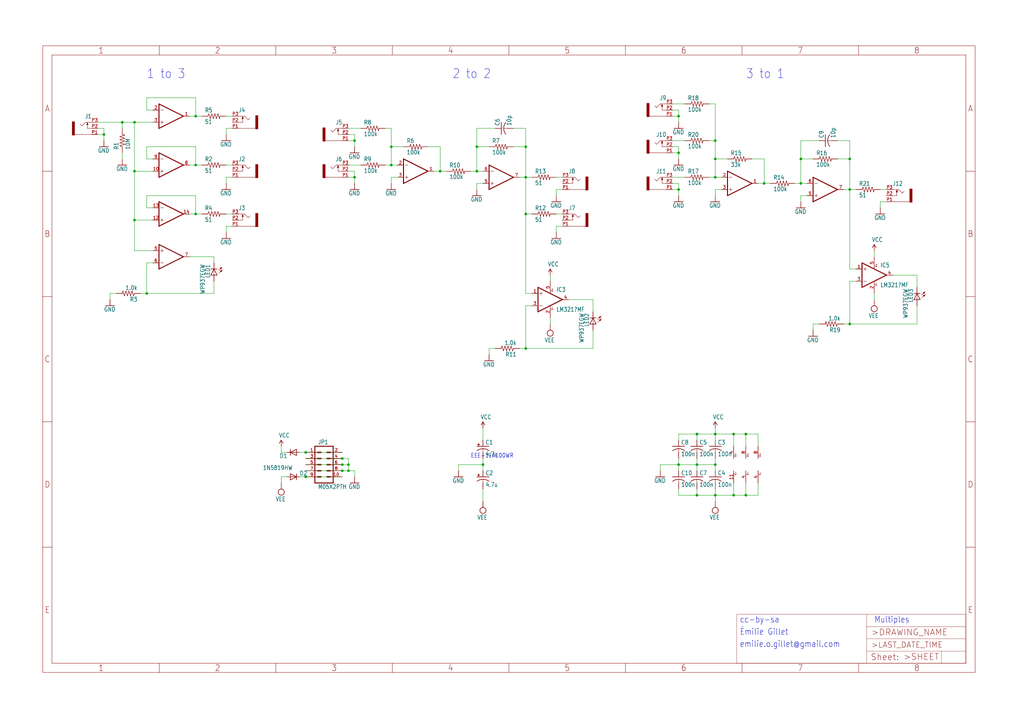
<source format=kicad_sch>
(kicad_sch (version 20230121) (generator eeschema)
  (paper "User" 425.45 299.161)
  (lib_symbols
    (symbol "links-eagle-import:A3L-LOC"
      (symbol "A3L-LOC_1_0"
        (text "1" (at 24.2094 1.905 0) (effects (font (size 2.54 2.286))))
        (text "1" (at 24.2094 258.445 0) (effects (font (size 2.54 2.286))))
        (text "2" (at 72.6281 1.905 0) (effects (font (size 2.54 2.286))))
        (text "2" (at 72.6281 258.445 0) (effects (font (size 2.54 2.286))))
        (text "3" (at 121.0469 1.905 0) (effects (font (size 2.54 2.286))))
        (text "3" (at 121.0469 258.445 0) (effects (font (size 2.54 2.286))))
        (text "4" (at 169.4656 1.905 0) (effects (font (size 2.54 2.286))))
        (text "4" (at 169.4656 258.445 0) (effects (font (size 2.54 2.286))))
        (text "5" (at 217.8844 1.905 0) (effects (font (size 2.54 2.286))))
        (text "5" (at 217.8844 258.445 0) (effects (font (size 2.54 2.286))))
        (text "6" (at 266.3031 1.905 0) (effects (font (size 2.54 2.286))))
        (text "6" (at 266.3031 258.445 0) (effects (font (size 2.54 2.286))))
        (text "7" (at 314.7219 1.905 0) (effects (font (size 2.54 2.286))))
        (text "7" (at 314.7219 258.445 0) (effects (font (size 2.54 2.286))))
        (text "8" (at 363.1406 1.905 0) (effects (font (size 2.54 2.286))))
        (text "8" (at 363.1406 258.445 0) (effects (font (size 2.54 2.286))))
        (text ">DRAWING_NAME" (at 344.17 15.24 0) (effects (font (size 2.54 2.54)) (justify left bottom)))
        (text ">LAST_DATE_TIME" (at 344.17 10.16 0) (effects (font (size 2.286 2.286)) (justify left bottom)))
        (text ">SHEET" (at 357.505 5.08 0) (effects (font (size 2.54 2.54)) (justify left bottom)))
        (text "A" (at 1.905 234.315 0) (effects (font (size 2.54 2.286))))
        (text "A" (at 385.445 234.315 0) (effects (font (size 2.54 2.286))))
        (text "B" (at 1.905 182.245 0) (effects (font (size 2.54 2.286))))
        (text "B" (at 385.445 182.245 0) (effects (font (size 2.54 2.286))))
        (text "C" (at 1.905 130.175 0) (effects (font (size 2.54 2.286))))
        (text "C" (at 385.445 130.175 0) (effects (font (size 2.54 2.286))))
        (text "D" (at 1.905 78.105 0) (effects (font (size 2.54 2.286))))
        (text "D" (at 385.445 78.105 0) (effects (font (size 2.54 2.286))))
        (text "E" (at 1.905 26.035 0) (effects (font (size 2.54 2.286))))
        (text "E" (at 385.445 26.035 0) (effects (font (size 2.54 2.286))))
        (text "Sheet:" (at 343.916 4.953 0) (effects (font (size 2.54 2.54)) (justify left bottom)))
      )
    )
    (symbol "links-eagle-import:C-USC0603"
      (property "Reference" "C" (at 1.016 0.635 0))
      (property "Value" "C-USC0603" (at 1.016 -4.191 0))
      (symbol "C-USC0603_1_0"
        (pin passive line (at 0 2.54 270) (length 2.54) (name "1") (number "1"))
        (pin passive line (at 0 -5.08 90) (length 2.54) (name "2") (number "2"))
      )
    )
    (symbol "links-eagle-import:CPOL-USA"
      (property "Reference" "C" (at 1.016 0.635 0))
      (property "Value" "CPOL-USA" (at 1.016 -4.191 0))
      (symbol "CPOL-USA_1_0"
        (pin passive line (at 0 2.54 270) (length 2.54) (name "1") (number "1"))
        (pin passive line (at 0 -5.08 90) (length 2.54) (name "2") (number "2"))
      )
    )
    (symbol "links-eagle-import:DIODE-SOD123"
      (property "Reference" "D" (at 2.54 0.4826 0))
      (property "Value" "DIODE-SOD123" (at 2.54 -2.3114 0))
      (symbol "DIODE-SOD123_1_0"
        (pin passive line (at -2.54 0 0) (length 2.54) (name "A") (number "A"))
        (pin passive line (at 2.54 0 180) (length 2.54) (name "C") (number "C"))
      )
    )
    (symbol "links-eagle-import:GND" (power)
      (property "Value" "GND" (at -2.54 -2.54 0))
      (symbol "GND_1_0"
        (pin power_in line (at 0 2.54 270) (length 2.54) (name "GND") (number "1"))
      )
    )
    (symbol "links-eagle-import:LED3MM"
      (property "Reference" "LED" (at 3.556 -4.572 90))
      (property "Value" "LED3MM" (at 5.715 -4.572 90))
      (symbol "LED3MM_1_0"
        (pin passive line (at 0 2.54 270) (length 2.54) (name "A") (number "A"))
        (pin passive line (at 0 -5.08 90) (length 2.54) (name "C") (number "K"))
      )
    )
    (symbol "links-eagle-import:LM321?MF"
      (property "Reference" "IC" (at 2.54 3.175 0))
      (property "Value" "LM321?MF" (at 2.54 -5.08 0))
      (symbol "LM321?MF_1_0"
        (text "V+" (at 1.27 3.175 900) (effects (font (size 0.8128 0.6908)) (justify left bottom)))
        (text "V-" (at 1.27 -4.445 900) (effects (font (size 0.8128 0.6908)) (justify left bottom)))
        (pin input line (at -7.62 2.54 0) (length 2.54) (name "+IN") (number "1"))
        (pin power_in line (at 0 -7.62 90) (length 5.08) (name "V-") (number "2"))
        (pin input line (at -7.62 -2.54 0) (length 2.54) (name "-IN") (number "3"))
        (pin output line (at 7.62 0 180) (length 2.54) (name "OUT") (number "4"))
        (pin power_in line (at 0 7.62 270) (length 5.08) (name "V+") (number "5"))
      )
    )
    (symbol "links-eagle-import:M05X2PTH"
      (property "Reference" "JP" (at -2.54 8.382 0))
      (property "Value" "M05X2PTH" (at -2.54 -10.16 0))
      (symbol "M05X2PTH_1_0"
        (pin passive line (at -7.62 5.08 0) (length 5.08) (name "1") (number "1"))
        (pin passive line (at 7.62 -5.08 180) (length 5.08) (name "10") (number "10"))
        (pin passive line (at 7.62 5.08 180) (length 5.08) (name "2") (number "2"))
        (pin passive line (at -7.62 2.54 0) (length 5.08) (name "3") (number "3"))
        (pin passive line (at 7.62 2.54 180) (length 5.08) (name "4") (number "4"))
        (pin passive line (at -7.62 0 0) (length 5.08) (name "5") (number "5"))
        (pin passive line (at 7.62 0 180) (length 5.08) (name "6") (number "6"))
        (pin passive line (at -7.62 -2.54 0) (length 5.08) (name "7") (number "7"))
        (pin passive line (at 7.62 -2.54 180) (length 5.08) (name "8") (number "8"))
        (pin passive line (at -7.62 -5.08 0) (length 5.08) (name "9") (number "9"))
      )
    )
    (symbol "links-eagle-import:PJ301_THONKICONN6"
      (property "Reference" "J" (at -2.54 4.064 0))
      (symbol "PJ301_THONKICONN6_1_0"
        (pin passive line (at -5.08 -2.54 0) (length 2.54) (name "1") (number "P1"))
        (pin passive line (at -5.08 0 0) (length 2.54) (name "2") (number "P2"))
        (pin passive line (at -5.08 2.54 0) (length 2.54) (name "3") (number "P3"))
      )
    )
    (symbol "links-eagle-import:R-US_R0603"
      (property "Reference" "R" (at -3.81 1.4986 0))
      (property "Value" "R-US_R0603" (at -3.81 -3.302 0))
      (symbol "R-US_R0603_1_0"
        (pin passive line (at -5.08 0 0) (length 2.54) (name "1") (number "1"))
        (pin passive line (at 5.08 0 180) (length 2.54) (name "2") (number "2"))
      )
    )
    (symbol "links-eagle-import:TL072PW"
      (symbol "TL072PW_1_0"
        (pin output line (at 7.62 0 180) (length 2.54) (name "OUT") (number "1"))
        (pin input line (at -7.62 -2.54 0) (length 2.54) (name "-IN") (number "2"))
        (pin input line (at -7.62 2.54 0) (length 2.54) (name "+IN") (number "3"))
      )
      (symbol "TL072PW_2_0"
        (pin input line (at -7.62 2.54 0) (length 2.54) (name "+IN") (number "5"))
        (pin input line (at -7.62 -2.54 0) (length 2.54) (name "-IN") (number "6"))
        (pin output line (at 7.62 0 180) (length 2.54) (name "OUT") (number "7"))
      )
      (symbol "TL072PW_3_0"
        (text "V+" (at 1.27 3.175 900) (effects (font (size 0.8128 0.6908)) (justify left bottom)))
        (text "V-" (at 1.27 -4.445 900) (effects (font (size 0.8128 0.6908)) (justify left bottom)))
        (pin power_in line (at 0 -7.62 90) (length 5.08) (name "V-") (number "4"))
        (pin power_in line (at 0 7.62 270) (length 5.08) (name "V+") (number "8"))
      )
    )
    (symbol "links-eagle-import:TL074PW"
      (symbol "TL074PW_1_0"
        (pin output line (at 7.62 0 180) (length 2.54) (name "OUT") (number "1"))
        (pin input line (at -7.62 -2.54 0) (length 2.54) (name "-IN") (number "2"))
        (pin input line (at -7.62 2.54 0) (length 2.54) (name "+IN") (number "3"))
      )
      (symbol "TL074PW_2_0"
        (pin input line (at -7.62 2.54 0) (length 2.54) (name "+IN") (number "5"))
        (pin input line (at -7.62 -2.54 0) (length 2.54) (name "-IN") (number "6"))
        (pin output line (at 7.62 0 180) (length 2.54) (name "OUT") (number "7"))
      )
      (symbol "TL074PW_3_0"
        (pin input line (at -7.62 2.54 0) (length 2.54) (name "+IN") (number "10"))
        (pin output line (at 7.62 0 180) (length 2.54) (name "OUT") (number "8"))
        (pin input line (at -7.62 -2.54 0) (length 2.54) (name "-IN") (number "9"))
      )
      (symbol "TL074PW_4_0"
        (pin input line (at -7.62 2.54 0) (length 2.54) (name "+IN") (number "12"))
        (pin input line (at -7.62 -2.54 0) (length 2.54) (name "-IN") (number "13"))
        (pin output line (at 7.62 0 180) (length 2.54) (name "OUT") (number "14"))
      )
      (symbol "TL074PW_5_0"
        (text "V+" (at 1.27 3.175 900) (effects (font (size 0.8128 0.6908)) (justify left bottom)))
        (text "V-" (at 1.27 -4.445 900) (effects (font (size 0.8128 0.6908)) (justify left bottom)))
        (pin power_in line (at 0 -7.62 90) (length 5.08) (name "V-") (number "11"))
        (pin power_in line (at 0 7.62 270) (length 5.08) (name "V+") (number "4"))
      )
    )
    (symbol "links-eagle-import:VCC" (power)
      (property "Value" "VCC" (at -1.016 3.556 0))
      (symbol "VCC_1_0"
        (pin power_in line (at 0 0 90) (length 2.54) (name "VCC") (number "1"))
      )
    )
    (symbol "links-eagle-import:VEE" (power)
      (property "Value" "VEE" (at -1.905 3.175 0))
      (symbol "VEE_1_0"
        (pin power_in line (at 0 -2.54 90) (length 2.54) (name "VEE") (number "1"))
      )
    )
  )
  (junction (at 317.5 76.2))
  (junction (at 162.56 68.58))
  (junction (at 55.88 91.44))
  (junction (at 309.88 205.74))
  (junction (at 281.94 63.5))
  (junction (at 218.44 88.9))
  (junction (at 147.32 58.42))
  (junction (at 81.28 68.58))
  (junction (at 332.74 76.2))
  (junction (at 182.88 71.12))
  (junction (at 127 187.96))
  (junction (at 127 198.12))
  (junction (at 332.74 66.04))
  (junction (at 142.24 190.5))
  (junction (at 55.88 71.12))
  (junction (at 297.18 180.34))
  (junction (at 297.18 66.04))
  (junction (at 304.8 180.34))
  (junction (at 200.66 193.04))
  (junction (at 218.44 60.96))
  (junction (at 144.78 195.58))
  (junction (at 297.18 193.04))
  (junction (at 218.44 73.66))
  (junction (at 289.56 193.04))
  (junction (at 198.12 60.96))
  (junction (at 297.18 73.66))
  (junction (at 289.56 205.74))
  (junction (at 353.06 66.04))
  (junction (at 162.56 60.96))
  (junction (at 81.28 88.9))
  (junction (at 147.32 73.66))
  (junction (at 353.06 134.62))
  (junction (at 144.78 193.04))
  (junction (at 304.8 205.74))
  (junction (at 60.96 121.92))
  (junction (at 281.94 78.74))
  (junction (at 142.24 193.04))
  (junction (at 198.12 71.12))
  (junction (at 218.44 144.78))
  (junction (at 81.28 48.26))
  (junction (at 50.8 50.8))
  (junction (at 297.18 205.74))
  (junction (at 281.94 193.04))
  (junction (at 353.06 78.74))
  (junction (at 55.88 50.8))
  (junction (at 289.56 180.34))
  (junction (at 309.88 180.34))
  (junction (at 281.94 48.26))
  (junction (at 43.18 55.88))
  (junction (at 297.18 58.42))
  (junction (at 142.24 195.58))
  (wire (pts (xy 162.56 60.96) (xy 162.56 68.58)))
  (wire (pts (xy 246.38 144.78) (xy 218.44 144.78)))
  (wire (pts (xy 289.56 182.88) (xy 289.56 180.34)))
  (wire (pts (xy 198.12 60.96) (xy 203.2 60.96)))
  (wire (pts (xy 353.06 78.74) (xy 355.6 78.74)))
  (wire (pts (xy 246.38 124.46) (xy 246.38 129.54)))
  (wire (pts (xy 200.66 203.2) (xy 200.66 208.28)))
  (wire (pts (xy 281.94 180.34) (xy 289.56 180.34)))
  (wire (pts (xy 297.18 193.04) (xy 297.18 195.58)))
  (wire (pts (xy 60.96 121.92) (xy 58.42 121.92)))
  (wire (pts (xy 279.4 76.2) (xy 281.94 76.2)))
  (wire (pts (xy 279.4 58.42) (xy 284.48 58.42)))
  (wire (pts (xy 213.36 60.96) (xy 218.44 60.96)))
  (wire (pts (xy 220.98 88.9) (xy 218.44 88.9)))
  (wire (pts (xy 200.66 193.04) (xy 200.66 195.58)))
  (wire (pts (xy 40.64 53.34) (xy 43.18 53.34)))
  (wire (pts (xy 231.14 93.98) (xy 231.14 96.52)))
  (wire (pts (xy 381 114.3) (xy 381 119.38)))
  (wire (pts (xy 350.52 134.62) (xy 353.06 134.62)))
  (wire (pts (xy 332.74 81.28) (xy 332.74 83.82)))
  (wire (pts (xy 144.78 53.34) (xy 149.86 53.34)))
  (wire (pts (xy 236.22 124.46) (xy 246.38 124.46)))
  (wire (pts (xy 233.68 78.74) (xy 231.14 78.74)))
  (wire (pts (xy 281.94 76.2) (xy 281.94 78.74)))
  (wire (pts (xy 274.32 193.04) (xy 274.32 195.58)))
  (wire (pts (xy 228.6 132.08) (xy 228.6 134.62)))
  (wire (pts (xy 370.84 114.3) (xy 381 114.3)))
  (wire (pts (xy 353.06 111.76) (xy 353.06 78.74)))
  (wire (pts (xy 182.88 71.12) (xy 185.42 71.12)))
  (wire (pts (xy 231.14 78.74) (xy 231.14 81.28)))
  (wire (pts (xy 81.28 68.58) (xy 78.74 68.58)))
  (wire (pts (xy 116.84 198.12) (xy 119.38 198.12)))
  (wire (pts (xy 347.98 66.04) (xy 353.06 66.04)))
  (wire (pts (xy 81.28 40.64) (xy 81.28 48.26)))
  (wire (pts (xy 147.32 195.58) (xy 147.32 198.12)))
  (wire (pts (xy 314.96 180.34) (xy 309.88 180.34)))
  (wire (pts (xy 297.18 205.74) (xy 304.8 205.74)))
  (wire (pts (xy 279.4 73.66) (xy 284.48 73.66)))
  (wire (pts (xy 353.06 78.74) (xy 350.52 78.74)))
  (wire (pts (xy 144.78 58.42) (xy 147.32 58.42)))
  (wire (pts (xy 203.2 144.78) (xy 203.2 147.32)))
  (wire (pts (xy 43.18 55.88) (xy 43.18 58.42)))
  (wire (pts (xy 127 190.5) (xy 142.24 190.5)))
  (wire (pts (xy 218.44 53.34) (xy 218.44 60.96)))
  (wire (pts (xy 218.44 73.66) (xy 218.44 88.9)))
  (wire (pts (xy 297.18 208.28) (xy 297.18 205.74)))
  (wire (pts (xy 40.64 50.8) (xy 50.8 50.8)))
  (wire (pts (xy 347.98 58.42) (xy 353.06 58.42)))
  (wire (pts (xy 218.44 60.96) (xy 218.44 73.66)))
  (wire (pts (xy 317.5 76.2) (xy 314.96 76.2)))
  (wire (pts (xy 88.9 121.92) (xy 60.96 121.92)))
  (wire (pts (xy 281.94 193.04) (xy 274.32 193.04)))
  (wire (pts (xy 93.98 93.98) (xy 93.98 96.52)))
  (wire (pts (xy 50.8 63.5) (xy 50.8 66.04)))
  (wire (pts (xy 198.12 71.12) (xy 198.12 60.96)))
  (wire (pts (xy 93.98 73.66) (xy 93.98 76.2)))
  (wire (pts (xy 297.18 190.5) (xy 297.18 193.04)))
  (wire (pts (xy 218.44 121.92) (xy 220.98 121.92)))
  (wire (pts (xy 246.38 137.16) (xy 246.38 144.78)))
  (wire (pts (xy 63.5 45.72) (xy 60.96 45.72)))
  (wire (pts (xy 302.26 66.04) (xy 297.18 66.04)))
  (wire (pts (xy 96.52 73.66) (xy 93.98 73.66)))
  (wire (pts (xy 116.84 185.42) (xy 116.84 187.96)))
  (wire (pts (xy 60.96 40.64) (xy 81.28 40.64)))
  (wire (pts (xy 218.44 127) (xy 220.98 127)))
  (wire (pts (xy 200.66 76.2) (xy 198.12 76.2)))
  (wire (pts (xy 93.98 88.9) (xy 96.52 88.9)))
  (wire (pts (xy 289.56 205.74) (xy 297.18 205.74)))
  (wire (pts (xy 124.46 198.12) (xy 127 198.12)))
  (wire (pts (xy 314.96 200.66) (xy 314.96 205.74)))
  (wire (pts (xy 365.76 83.82) (xy 365.76 86.36)))
  (wire (pts (xy 294.64 58.42) (xy 297.18 58.42)))
  (wire (pts (xy 200.66 190.5) (xy 200.66 193.04)))
  (wire (pts (xy 43.18 53.34) (xy 43.18 55.88)))
  (wire (pts (xy 353.06 66.04) (xy 353.06 78.74)))
  (wire (pts (xy 231.14 73.66) (xy 233.68 73.66)))
  (wire (pts (xy 93.98 68.58) (xy 96.52 68.58)))
  (wire (pts (xy 297.18 78.74) (xy 297.18 81.28)))
  (wire (pts (xy 218.44 127) (xy 218.44 144.78)))
  (wire (pts (xy 337.82 134.62) (xy 337.82 137.16)))
  (wire (pts (xy 353.06 116.84) (xy 355.6 116.84)))
  (wire (pts (xy 281.94 203.2) (xy 281.94 205.74)))
  (wire (pts (xy 63.5 71.12) (xy 55.88 71.12)))
  (wire (pts (xy 281.94 78.74) (xy 281.94 81.28)))
  (wire (pts (xy 297.18 66.04) (xy 297.18 73.66)))
  (wire (pts (xy 127 198.12) (xy 142.24 198.12)))
  (wire (pts (xy 218.44 144.78) (xy 215.9 144.78)))
  (wire (pts (xy 116.84 198.12) (xy 116.84 200.66)))
  (wire (pts (xy 279.4 43.18) (xy 284.48 43.18)))
  (wire (pts (xy 142.24 195.58) (xy 144.78 195.58)))
  (wire (pts (xy 144.78 193.04) (xy 142.24 193.04)))
  (wire (pts (xy 60.96 81.28) (xy 81.28 81.28)))
  (wire (pts (xy 78.74 106.68) (xy 88.9 106.68)))
  (wire (pts (xy 294.64 43.18) (xy 297.18 43.18)))
  (wire (pts (xy 48.26 121.92) (xy 45.72 121.92)))
  (wire (pts (xy 60.96 86.36) (xy 60.96 81.28)))
  (wire (pts (xy 218.44 121.92) (xy 218.44 88.9)))
  (wire (pts (xy 182.88 71.12) (xy 180.34 71.12)))
  (wire (pts (xy 63.5 86.36) (xy 60.96 86.36)))
  (wire (pts (xy 88.9 106.68) (xy 88.9 109.22)))
  (wire (pts (xy 312.42 66.04) (xy 317.5 66.04)))
  (wire (pts (xy 96.52 93.98) (xy 93.98 93.98)))
  (wire (pts (xy 147.32 55.88) (xy 147.32 58.42)))
  (wire (pts (xy 233.68 93.98) (xy 231.14 93.98)))
  (wire (pts (xy 165.1 73.66) (xy 162.56 73.66)))
  (wire (pts (xy 144.78 193.04) (xy 144.78 195.58)))
  (wire (pts (xy 289.56 195.58) (xy 289.56 193.04)))
  (wire (pts (xy 119.38 187.96) (xy 116.84 187.96)))
  (wire (pts (xy 144.78 71.12) (xy 147.32 71.12)))
  (wire (pts (xy 297.18 73.66) (xy 299.72 73.66)))
  (wire (pts (xy 147.32 73.66) (xy 147.32 76.2)))
  (wire (pts (xy 81.28 60.96) (xy 81.28 68.58)))
  (wire (pts (xy 340.36 134.62) (xy 337.82 134.62)))
  (wire (pts (xy 147.32 71.12) (xy 147.32 73.66)))
  (wire (pts (xy 304.8 205.74) (xy 309.88 205.74)))
  (wire (pts (xy 40.64 55.88) (xy 43.18 55.88)))
  (wire (pts (xy 309.88 200.66) (xy 309.88 205.74)))
  (wire (pts (xy 88.9 116.84) (xy 88.9 121.92)))
  (wire (pts (xy 281.94 190.5) (xy 281.94 193.04)))
  (wire (pts (xy 127 187.96) (xy 142.24 187.96)))
  (wire (pts (xy 60.96 109.22) (xy 60.96 121.92)))
  (wire (pts (xy 81.28 88.9) (xy 78.74 88.9)))
  (wire (pts (xy 63.5 109.22) (xy 60.96 109.22)))
  (wire (pts (xy 200.66 182.88) (xy 200.66 177.8)))
  (wire (pts (xy 60.96 60.96) (xy 81.28 60.96)))
  (wire (pts (xy 81.28 68.58) (xy 83.82 68.58)))
  (wire (pts (xy 93.98 53.34) (xy 93.98 55.88)))
  (wire (pts (xy 294.64 73.66) (xy 297.18 73.66)))
  (wire (pts (xy 281.94 182.88) (xy 281.94 180.34)))
  (wire (pts (xy 144.78 195.58) (xy 147.32 195.58)))
  (wire (pts (xy 205.74 144.78) (xy 203.2 144.78)))
  (wire (pts (xy 363.22 121.92) (xy 363.22 124.46)))
  (wire (pts (xy 304.8 185.42) (xy 304.8 180.34)))
  (wire (pts (xy 289.56 193.04) (xy 281.94 193.04)))
  (wire (pts (xy 160.02 53.34) (xy 162.56 53.34)))
  (wire (pts (xy 81.28 48.26) (xy 78.74 48.26)))
  (wire (pts (xy 297.18 203.2) (xy 297.18 205.74)))
  (wire (pts (xy 317.5 66.04) (xy 317.5 76.2)))
  (wire (pts (xy 231.14 88.9) (xy 233.68 88.9)))
  (wire (pts (xy 177.8 60.96) (xy 182.88 60.96)))
  (wire (pts (xy 304.8 200.66) (xy 304.8 205.74)))
  (wire (pts (xy 190.5 193.04) (xy 190.5 195.58)))
  (wire (pts (xy 162.56 68.58) (xy 165.1 68.58)))
  (wire (pts (xy 50.8 50.8) (xy 55.88 50.8)))
  (wire (pts (xy 205.74 53.34) (xy 198.12 53.34)))
  (wire (pts (xy 198.12 71.12) (xy 200.66 71.12)))
  (wire (pts (xy 299.72 78.74) (xy 297.18 78.74)))
  (wire (pts (xy 81.28 88.9) (xy 83.82 88.9)))
  (wire (pts (xy 279.4 45.72) (xy 281.94 45.72)))
  (wire (pts (xy 160.02 68.58) (xy 162.56 68.58)))
  (wire (pts (xy 81.28 48.26) (xy 83.82 48.26)))
  (wire (pts (xy 289.56 203.2) (xy 289.56 205.74)))
  (wire (pts (xy 281.94 60.96) (xy 281.94 63.5)))
  (wire (pts (xy 124.46 187.96) (xy 127 187.96)))
  (wire (pts (xy 279.4 60.96) (xy 281.94 60.96)))
  (wire (pts (xy 198.12 53.34) (xy 198.12 60.96)))
  (wire (pts (xy 332.74 66.04) (xy 337.82 66.04)))
  (wire (pts (xy 162.56 73.66) (xy 162.56 76.2)))
  (wire (pts (xy 63.5 66.04) (xy 60.96 66.04)))
  (wire (pts (xy 355.6 111.76) (xy 353.06 111.76)))
  (wire (pts (xy 55.88 104.14) (xy 55.88 91.44)))
  (wire (pts (xy 50.8 53.34) (xy 50.8 50.8)))
  (wire (pts (xy 55.88 91.44) (xy 55.88 71.12)))
  (wire (pts (xy 142.24 193.04) (xy 127 193.04)))
  (wire (pts (xy 144.78 73.66) (xy 147.32 73.66)))
  (wire (pts (xy 167.64 60.96) (xy 162.56 60.96)))
  (wire (pts (xy 297.18 177.8) (xy 297.18 180.34)))
  (wire (pts (xy 81.28 81.28) (xy 81.28 88.9)))
  (wire (pts (xy 330.2 76.2) (xy 332.74 76.2)))
  (wire (pts (xy 332.74 76.2) (xy 332.74 66.04)))
  (wire (pts (xy 218.44 73.66) (xy 220.98 73.66)))
  (wire (pts (xy 279.4 63.5) (xy 281.94 63.5)))
  (wire (pts (xy 381 134.62) (xy 353.06 134.62)))
  (wire (pts (xy 55.88 71.12) (xy 55.88 50.8)))
  (wire (pts (xy 127 195.58) (xy 142.24 195.58)))
  (wire (pts (xy 297.18 58.42) (xy 297.18 66.04)))
  (wire (pts (xy 60.96 66.04) (xy 60.96 60.96)))
  (wire (pts (xy 281.94 205.74) (xy 289.56 205.74)))
  (wire (pts (xy 289.56 190.5) (xy 289.56 193.04)))
  (wire (pts (xy 228.6 116.84) (xy 228.6 114.3)))
  (wire (pts (xy 144.78 68.58) (xy 149.86 68.58)))
  (wire (pts (xy 309.88 180.34) (xy 304.8 180.34)))
  (wire (pts (xy 353.06 134.62) (xy 353.06 116.84)))
  (wire (pts (xy 353.06 58.42) (xy 353.06 66.04)))
  (wire (pts (xy 279.4 78.74) (xy 281.94 78.74)))
  (wire (pts (xy 63.5 91.44) (xy 55.88 91.44)))
  (wire (pts (xy 200.66 193.04) (xy 190.5 193.04)))
  (wire (pts (xy 335.28 81.28) (xy 332.74 81.28)))
  (wire (pts (xy 317.5 76.2) (xy 320.04 76.2)))
  (wire (pts (xy 281.94 45.72) (xy 281.94 48.26)))
  (wire (pts (xy 96.52 53.34) (xy 93.98 53.34)))
  (wire (pts (xy 381 127) (xy 381 134.62)))
  (wire (pts (xy 281.94 48.26) (xy 281.94 50.8)))
  (wire (pts (xy 332.74 76.2) (xy 335.28 76.2)))
  (wire (pts (xy 162.56 53.34) (xy 162.56 60.96)))
  (wire (pts (xy 147.32 58.42) (xy 147.32 60.96)))
  (wire (pts (xy 297.18 43.18) (xy 297.18 58.42)))
  (wire (pts (xy 198.12 76.2) (xy 198.12 78.74)))
  (wire (pts (xy 332.74 58.42) (xy 332.74 66.04)))
  (wire (pts (xy 340.36 58.42) (xy 332.74 58.42)))
  (wire (pts (xy 363.22 106.68) (xy 363.22 104.14)))
  (wire (pts (xy 142.24 190.5) (xy 144.78 190.5)))
  (wire (pts (xy 144.78 55.88) (xy 147.32 55.88)))
  (wire (pts (xy 314.96 185.42) (xy 314.96 180.34)))
  (wire (pts (xy 218.44 73.66) (xy 215.9 73.66)))
  (wire (pts (xy 93.98 48.26) (xy 96.52 48.26)))
  (wire (pts (xy 281.94 193.04) (xy 281.94 195.58)))
  (wire (pts (xy 281.94 63.5) (xy 281.94 66.04)))
  (wire (pts (xy 60.96 45.72) (xy 60.96 40.64)))
  (wire (pts (xy 309.88 205.74) (xy 314.96 205.74)))
  (wire (pts (xy 289.56 180.34) (xy 297.18 180.34)))
  (wire (pts (xy 309.88 180.34) (xy 309.88 185.42)))
  (wire (pts (xy 279.4 48.26) (xy 281.94 48.26)))
  (wire (pts (xy 297.18 193.04) (xy 289.56 193.04)))
  (wire (pts (xy 45.72 121.92) (xy 45.72 124.46)))
  (wire (pts (xy 368.3 83.82) (xy 365.76 83.82)))
  (wire (pts (xy 297.18 180.34) (xy 297.18 182.88)))
  (wire (pts (xy 365.76 78.74) (xy 368.3 78.74)))
  (wire (pts (xy 182.88 60.96) (xy 182.88 71.12)))
  (wire (pts (xy 213.36 53.34) (xy 218.44 53.34)))
  (wire (pts (xy 55.88 50.8) (xy 63.5 50.8)))
  (wire (pts (xy 63.5 104.14) (xy 55.88 104.14)))
  (wire (pts (xy 144.78 190.5) (xy 144.78 193.04)))
  (wire (pts (xy 304.8 180.34) (xy 297.18 180.34)))
  (wire (pts (xy 195.58 71.12) (xy 198.12 71.12)))
  (text "Multiples" (at 363.22 259.08 0) (effects (font (size 2.54 2.159)) (justify left bottom)))
  (text "EEE-1EA100WR" (at 195.58 190.5 0) (effects (font (size 1.778 1.5113)) (justify left bottom)))
  (text "1 to 3" (at 60.96 33.02 0) (effects (font (size 3.81 3.2385)) (justify left bottom)))
  (text "cc-by-sa" (at 307.34 259.08 0) (effects (font (size 2.54 2.159)) (justify left bottom)))
  (text "3 to 1" (at 309.88 33.02 0) (effects (font (size 3.81 3.2385)) (justify left bottom)))
  (text "2 to 2" (at 187.96 33.02 0) (effects (font (size 3.81 3.2385)) (justify left bottom)))
  (text "emilie.o.gillet@gmail.com" (at 307.34 269.24 0) (effects (font (size 2.54 2.159)) (justify left bottom)))
  (text "Émilie Gillet" (at 307.34 264.16 0) (effects (font (size 2.54 2.159)) (justify left bottom)))
  (symbol (lib_id "links-eagle-import:GND") (at 190.5 198.12 0) (unit 1)
    (property "Reference" "#GND026" (effects hide))
    (property "Value" "GND" (at 187.96 200.66 0) (effects (font (size 1.778 1.5113)) (justify left bottom)))
    (property "Footprint" "links:" (effects hide))
  )
  (symbol (lib_id "links-eagle-import:VCC") (at 116.84 185.42 0) (unit 1)
    (property "Reference" "#P+01" (effects hide))
    (property "Value" "VCC" (at 115.824 181.864 0) (effects (font (size 1.778 1.5113)) (justify left bottom)))
    (property "Footprint" "links:" (effects hide))
  )
  (symbol (lib_id "links-eagle-import:GND") (at 147.32 78.74 0) (unit 1)
    (property "Reference" "#GND010" (effects hide))
    (property "Value" "GND" (at 144.78 81.28 0) (effects (font (size 1.778 1.5113)) (justify left bottom)))
    (property "Footprint" "links:" (effects hide))
  )
  (symbol (lib_id "links-eagle-import:GND") (at 274.32 198.12 0) (unit 1)
    (property "Reference" "#GND028" (effects hide))
    (property "Value" "GND" (at 271.78 200.66 0) (effects (font (size 1.778 1.5113)) (justify left bottom)))
    (property "Footprint" "links:" (effects hide))
  )
  (symbol (lib_id "links-eagle-import:TL072PW") (at 342.9 78.74 0) (mirror x) (unit 2)
    (property "Reference" "IC4" (effects hide))
    (property "Value" "TL072PW" (effects hide))
    (property "Footprint" "links:TSSOP8" (effects hide))
  )
  (symbol (lib_id "links-eagle-import:TL072PW") (at 309.88 193.04 0) (unit 3)
    (property "Reference" "IC2" (effects hide))
    (property "Value" "TL072PW" (effects hide))
    (property "Footprint" "links:TSSOP8" (effects hide))
  )
  (symbol (lib_id "links-eagle-import:DIODE-SOD123") (at 121.92 198.12 0) (unit 1)
    (property "Reference" "D2" (at 124.46 197.6374 0) (effects (font (size 1.778 1.5113)) (justify left bottom)))
    (property "Value" "1N5819HW" (at 109.22 195.3514 0) (effects (font (size 1.778 1.5113)) (justify left bottom)))
    (property "Footprint" "links:SOD123" (effects hide))
  )
  (symbol (lib_id "links-eagle-import:VEE") (at 297.18 210.82 180) (unit 1)
    (property "Reference" "#SUPPLY04" (effects hide))
    (property "Value" "VEE" (at 299.085 213.995 0) (effects (font (size 1.778 1.5113)) (justify left bottom)))
    (property "Footprint" "links:" (effects hide))
  )
  (symbol (lib_id "links-eagle-import:C-USC0603") (at 289.56 198.12 0) (unit 1)
    (property "Reference" "C7" (at 290.576 197.485 0) (effects (font (size 1.778 1.5113)) (justify left bottom)))
    (property "Value" "100n" (at 290.576 202.311 0) (effects (font (size 1.778 1.5113)) (justify left bottom)))
    (property "Footprint" "links:C0603" (effects hide))
  )
  (symbol (lib_id "links-eagle-import:PJ301_THONKICONN6") (at 101.6 71.12 0) (unit 1)
    (property "Reference" "J2" (at 99.06 67.056 0) (effects (font (size 1.778 1.5113)) (justify left bottom)))
    (property "Value" "PJ301_THONKICONN6" (effects hide))
    (property "Footprint" "links:WQP_PJ_301M6" (effects hide))
  )
  (symbol (lib_id "links-eagle-import:GND") (at 147.32 200.66 0) (unit 1)
    (property "Reference" "#GND01" (effects hide))
    (property "Value" "GND" (at 144.78 203.2 0) (effects (font (size 1.778 1.5113)) (justify left bottom)))
    (property "Footprint" "links:" (effects hide))
  )
  (symbol (lib_id "links-eagle-import:R-US_R0603") (at 88.9 88.9 0) (unit 1)
    (property "Reference" "R4" (at 85.09 87.4014 0) (effects (font (size 1.778 1.5113)) (justify left bottom)))
    (property "Value" "51" (at 85.09 92.202 0) (effects (font (size 1.778 1.5113)) (justify left bottom)))
    (property "Footprint" "links:R0603" (effects hide))
  )
  (symbol (lib_id "links-eagle-import:C-USC0603") (at 281.94 185.42 0) (unit 1)
    (property "Reference" "C8" (at 282.956 184.785 0) (effects (font (size 1.778 1.5113)) (justify left bottom)))
    (property "Value" "100n" (at 282.956 189.611 0) (effects (font (size 1.778 1.5113)) (justify left bottom)))
    (property "Footprint" "links:C0603" (effects hide))
  )
  (symbol (lib_id "links-eagle-import:GND") (at 45.72 127 0) (unit 1)
    (property "Reference" "#GND06" (effects hide))
    (property "Value" "GND" (at 43.18 129.54 0) (effects (font (size 1.778 1.5113)) (justify left bottom)))
    (property "Footprint" "links:" (effects hide))
  )
  (symbol (lib_id "links-eagle-import:PJ301_THONKICONN6") (at 101.6 50.8 0) (unit 1)
    (property "Reference" "J4" (at 99.06 46.736 0) (effects (font (size 1.778 1.5113)) (justify left bottom)))
    (property "Value" "PJ301_THONKICONN6" (effects hide))
    (property "Footprint" "links:WQP_PJ_301M6" (effects hide))
  )
  (symbol (lib_id "links-eagle-import:M05X2PTH") (at 134.62 193.04 0) (unit 1)
    (property "Reference" "JP1" (at 132.08 184.658 0) (effects (font (size 1.778 1.5113)) (justify left bottom)))
    (property "Value" "M05X2PTH" (at 132.08 203.2 0) (effects (font (size 1.778 1.5113)) (justify left bottom)))
    (property "Footprint" "links:AVR_ICSP" (effects hide))
  )
  (symbol (lib_id "links-eagle-import:CPOL-USA") (at 200.66 198.12 0) (unit 1)
    (property "Reference" "C2" (at 201.676 197.485 0) (effects (font (size 1.778 1.5113)) (justify left bottom)))
    (property "Value" "4.7u" (at 201.676 202.311 0) (effects (font (size 1.778 1.5113)) (justify left bottom)))
    (property "Footprint" "Capacitor_SMD:CP_Elec_3x5.3" (effects hide))
  )
  (symbol (lib_id "links-eagle-import:TL074PW") (at 71.12 48.26 0) (mirror x) (unit 1)
    (property "Reference" "IC1" (effects hide))
    (property "Value" "OPA4171" (effects hide))
    (property "Footprint" "links:TSSOP14" (effects hide))
  )
  (symbol (lib_id "links-eagle-import:PJ301_THONKICONN6") (at 238.76 76.2 0) (unit 1)
    (property "Reference" "J8" (at 236.22 72.136 0) (effects (font (size 1.778 1.5113)) (justify left bottom)))
    (property "Value" "PJ301_THONKICONN6" (effects hide))
    (property "Footprint" "links:WQP_PJ_301M6" (effects hide))
  )
  (symbol (lib_id "links-eagle-import:PJ301_THONKICONN6") (at 373.38 81.28 0) (unit 1)
    (property "Reference" "J12" (at 370.84 77.216 0) (effects (font (size 1.778 1.5113)) (justify left bottom)))
    (property "Value" "PJ301_THONKICONN6" (effects hide))
    (property "Footprint" "links:WQP_PJ_301M6" (effects hide))
  )
  (symbol (lib_id "links-eagle-import:TL074PW") (at 71.12 106.68 0) (unit 2)
    (property "Reference" "IC1" (effects hide))
    (property "Value" "OPA4171" (effects hide))
    (property "Footprint" "links:TSSOP14" (effects hide))
  )
  (symbol (lib_id "links-eagle-import:C-USC0603") (at 342.9 58.42 90) (unit 1)
    (property "Reference" "C9" (at 342.265 57.404 0) (effects (font (size 1.778 1.5113)) (justify left bottom)))
    (property "Value" "10p" (at 347.091 57.404 0) (effects (font (size 1.778 1.5113)) (justify left bottom)))
    (property "Footprint" "links:C0603" (effects hide))
  )
  (symbol (lib_id "links-eagle-import:PJ301_THONKICONN6") (at 238.76 91.44 0) (unit 1)
    (property "Reference" "J7" (at 236.22 87.376 0) (effects (font (size 1.778 1.5113)) (justify left bottom)))
    (property "Value" "PJ301_THONKICONN6" (effects hide))
    (property "Footprint" "links:WQP_PJ_301M6" (effects hide))
  )
  (symbol (lib_id "links-eagle-import:R-US_R0603") (at 307.34 66.04 0) (unit 1)
    (property "Reference" "R15" (at 303.53 64.5414 0) (effects (font (size 1.778 1.5113)) (justify left bottom)))
    (property "Value" "33k" (at 303.53 69.342 0) (effects (font (size 1.778 1.5113)) (justify left bottom)))
    (property "Footprint" "links:R0603" (effects hide))
  )
  (symbol (lib_id "links-eagle-import:VCC") (at 363.22 104.14 0) (unit 1)
    (property "Reference" "#P+06" (effects hide))
    (property "Value" "VCC" (at 362.204 100.584 0) (effects (font (size 1.778 1.5113)) (justify left bottom)))
    (property "Footprint" "links:" (effects hide))
  )
  (symbol (lib_id "links-eagle-import:LED3MM") (at 88.9 114.3 180) (unit 1)
    (property "Reference" "LED1" (at 85.344 109.728 90) (effects (font (size 1.778 1.5113)) (justify left bottom)))
    (property "Value" "WP937EGW" (at 83.185 109.728 90) (effects (font (size 1.778 1.5113)) (justify left bottom)))
    (property "Footprint" "links:LED3MM" (effects hide))
  )
  (symbol (lib_id "links-eagle-import:GND") (at 93.98 58.42 0) (unit 1)
    (property "Reference" "#GND03" (effects hide))
    (property "Value" "GND" (at 91.44 60.96 0) (effects (font (size 1.778 1.5113)) (justify left bottom)))
    (property "Footprint" "links:" (effects hide))
  )
  (symbol (lib_id "links-eagle-import:R-US_R0603") (at 226.06 73.66 0) (unit 1)
    (property "Reference" "R13" (at 222.25 72.1614 0) (effects (font (size 1.778 1.5113)) (justify left bottom)))
    (property "Value" "51" (at 222.25 76.962 0) (effects (font (size 1.778 1.5113)) (justify left bottom)))
    (property "Footprint" "links:R0603" (effects hide))
  )
  (symbol (lib_id "links-eagle-import:R-US_R0603") (at 154.94 68.58 0) (unit 1)
    (property "Reference" "R9" (at 151.13 67.0814 0) (effects (font (size 1.778 1.5113)) (justify left bottom)))
    (property "Value" "100k" (at 151.13 71.882 0) (effects (font (size 1.778 1.5113)) (justify left bottom)))
    (property "Footprint" "links:R0603" (effects hide))
  )
  (symbol (lib_id "links-eagle-import:GND") (at 365.76 88.9 0) (unit 1)
    (property "Reference" "#GND018" (effects hide))
    (property "Value" "GND" (at 363.22 91.44 0) (effects (font (size 1.778 1.5113)) (justify left bottom)))
    (property "Footprint" "links:" (effects hide))
  )
  (symbol (lib_id "links-eagle-import:GND") (at 203.2 149.86 0) (unit 1)
    (property "Reference" "#GND017" (effects hide))
    (property "Value" "GND" (at 200.66 152.4 0) (effects (font (size 1.778 1.5113)) (justify left bottom)))
    (property "Footprint" "links:" (effects hide))
  )
  (symbol (lib_id "links-eagle-import:CPOL-USA") (at 200.66 185.42 0) (unit 1)
    (property "Reference" "C1" (at 201.676 184.785 0) (effects (font (size 1.778 1.5113)) (justify left bottom)))
    (property "Value" "4.7u" (at 201.676 189.611 0) (effects (font (size 1.778 1.5113)) (justify left bottom)))
    (property "Footprint" "Capacitor_SMD:CP_Elec_3x5.3" (effects hide))
  )
  (symbol (lib_id "links-eagle-import:GND") (at 281.94 68.58 0) (unit 1)
    (property "Reference" "#GND016" (effects hide))
    (property "Value" "GND" (at 279.4 71.12 0) (effects (font (size 1.778 1.5113)) (justify left bottom)))
    (property "Footprint" "links:" (effects hide))
  )
  (symbol (lib_id "links-eagle-import:PJ301_THONKICONN6") (at 139.7 71.12 0) (mirror y) (unit 1)
    (property "Reference" "J6" (at 142.24 67.056 0) (effects (font (size 1.778 1.5113)) (justify left bottom)))
    (property "Value" "PJ301_THONKICONN6" (effects hide))
    (property "Footprint" "links:WQP_PJ_301M6" (effects hide))
  )
  (symbol (lib_id "links-eagle-import:R-US_R0603") (at 289.56 43.18 0) (unit 1)
    (property "Reference" "R18" (at 285.75 41.6814 0) (effects (font (size 1.778 1.5113)) (justify left bottom)))
    (property "Value" "100k" (at 285.75 46.482 0) (effects (font (size 1.778 1.5113)) (justify left bottom)))
    (property "Footprint" "links:R0603" (effects hide))
  )
  (symbol (lib_id "links-eagle-import:R-US_R0603") (at 342.9 66.04 0) (unit 1)
    (property "Reference" "R16" (at 339.09 64.5414 0) (effects (font (size 1.778 1.5113)) (justify left bottom)))
    (property "Value" "100k" (at 339.09 69.342 0) (effects (font (size 1.778 1.5113)) (justify left bottom)))
    (property "Footprint" "links:R0603" (effects hide))
  )
  (symbol (lib_id "links-eagle-import:TL074PW") (at 71.12 68.58 0) (mirror x) (unit 3)
    (property "Reference" "IC1" (effects hide))
    (property "Value" "OPA4171" (effects hide))
    (property "Footprint" "links:TSSOP14" (effects hide))
  )
  (symbol (lib_id "links-eagle-import:VEE") (at 200.66 210.82 180) (unit 1)
    (property "Reference" "#SUPPLY03" (effects hide))
    (property "Value" "VEE" (at 202.565 213.995 0) (effects (font (size 1.778 1.5113)) (justify left bottom)))
    (property "Footprint" "links:" (effects hide))
  )
  (symbol (lib_id "links-eagle-import:LM321?MF") (at 228.6 124.46 0) (unit 1)
    (property "Reference" "IC3" (at 231.14 121.285 0) (effects (font (size 1.778 1.5113)) (justify left bottom)))
    (property "Value" "LM321?MF" (at 231.14 129.54 0) (effects (font (size 1.778 1.5113)) (justify left bottom)))
    (property "Footprint" "links:SOT23-5" (effects hide))
  )
  (symbol (lib_id "links-eagle-import:GND") (at 43.18 60.96 0) (unit 1)
    (property "Reference" "#GND02" (effects hide))
    (property "Value" "GND" (at 40.64 63.5 0) (effects (font (size 1.778 1.5113)) (justify left bottom)))
    (property "Footprint" "links:" (effects hide))
  )
  (symbol (lib_id "links-eagle-import:PJ301_THONKICONN6") (at 274.32 76.2 0) (mirror y) (unit 1)
    (property "Reference" "J11" (at 276.86 72.136 0) (effects (font (size 1.778 1.5113)) (justify left bottom)))
    (property "Value" "PJ301_THONKICONN6" (effects hide))
    (property "Footprint" "links:WQP_PJ_301M6" (effects hide))
  )
  (symbol (lib_id "links-eagle-import:C-USC0603") (at 297.18 185.42 0) (unit 1)
    (property "Reference" "C3" (at 298.196 184.785 0) (effects (font (size 1.778 1.5113)) (justify left bottom)))
    (property "Value" "100n" (at 298.196 189.611 0) (effects (font (size 1.778 1.5113)) (justify left bottom)))
    (property "Footprint" "links:C0603" (effects hide))
  )
  (symbol (lib_id "links-eagle-import:VCC") (at 200.66 177.8 0) (unit 1)
    (property "Reference" "#P+04" (effects hide))
    (property "Value" "VCC" (at 199.644 174.244 0) (effects (font (size 1.778 1.5113)) (justify left bottom)))
    (property "Footprint" "links:" (effects hide))
  )
  (symbol (lib_id "links-eagle-import:GND") (at 147.32 63.5 0) (unit 1)
    (property "Reference" "#GND011" (effects hide))
    (property "Value" "GND" (at 144.78 66.04 0) (effects (font (size 1.778 1.5113)) (justify left bottom)))
    (property "Footprint" "links:" (effects hide))
  )
  (symbol (lib_id "links-eagle-import:VEE") (at 116.84 203.2 180) (unit 1)
    (property "Reference" "#SUPPLY01" (effects hide))
    (property "Value" "VEE" (at 118.745 206.375 0) (effects (font (size 1.778 1.5113)) (justify left bottom)))
    (property "Footprint" "links:" (effects hide))
  )
  (symbol (lib_id "links-eagle-import:LED3MM") (at 381 124.46 180) (unit 1)
    (property "Reference" "LED3" (at 377.444 119.888 90) (effects (font (size 1.778 1.5113)) (justify left bottom)))
    (property "Value" "WP937EGW" (at 375.285 119.888 90) (effects (font (size 1.778 1.5113)) (justify left bottom)))
    (property "Footprint" "links:LED3MM" (effects hide))
  )
  (symbol (lib_id "links-eagle-import:GND") (at 198.12 81.28 0) (unit 1)
    (property "Reference" "#GND09" (effects hide))
    (property "Value" "GND" (at 195.58 83.82 0) (effects (font (size 1.778 1.5113)) (justify left bottom)))
    (property "Footprint" "links:" (effects hide))
  )
  (symbol (lib_id "links-eagle-import:LED3MM") (at 246.38 134.62 180) (unit 1)
    (property "Reference" "LED2" (at 242.824 130.048 90) (effects (font (size 1.778 1.5113)) (justify left bottom)))
    (property "Value" "WP937EGW" (at 240.665 130.048 90) (effects (font (size 1.778 1.5113)) (justify left bottom)))
    (property "Footprint" "links:LED3MM" (effects hide))
  )
  (symbol (lib_id "links-eagle-import:GND") (at 93.98 78.74 0) (unit 1)
    (property "Reference" "#GND04" (effects hide))
    (property "Value" "GND" (at 91.44 81.28 0) (effects (font (size 1.778 1.5113)) (justify left bottom)))
    (property "Footprint" "links:" (effects hide))
  )
  (symbol (lib_id "links-eagle-import:LM321?MF") (at 363.22 114.3 0) (unit 1)
    (property "Reference" "IC5" (at 365.76 111.125 0) (effects (font (size 1.778 1.5113)) (justify left bottom)))
    (property "Value" "LM321?MF" (at 365.76 119.38 0) (effects (font (size 1.778 1.5113)) (justify left bottom)))
    (property "Footprint" "links:SOT23-5" (effects hide))
  )
  (symbol (lib_id "links-eagle-import:R-US_R0603") (at 325.12 76.2 0) (unit 1)
    (property "Reference" "R14" (at 321.31 74.7014 0) (effects (font (size 1.778 1.5113)) (justify left bottom)))
    (property "Value" "100k" (at 321.31 79.502 0) (effects (font (size 1.778 1.5113)) (justify left bottom)))
    (property "Footprint" "links:R0603" (effects hide))
  )
  (symbol (lib_id "links-eagle-import:TL072PW") (at 307.34 76.2 0) (mirror x) (unit 1)
    (property "Reference" "IC4" (effects hide))
    (property "Value" "TL072PW" (effects hide))
    (property "Footprint" "links:TSSOP8" (effects hide))
  )
  (symbol (lib_id "links-eagle-import:GND") (at 162.56 78.74 0) (unit 1)
    (property "Reference" "#GND08" (effects hide))
    (property "Value" "GND" (at 160.02 81.28 0) (effects (font (size 1.778 1.5113)) (justify left bottom)))
    (property "Footprint" "links:" (effects hide))
  )
  (symbol (lib_id "links-eagle-import:DIODE-SOD123") (at 121.92 187.96 180) (unit 1)
    (property "Reference" "D1" (at 119.38 188.4426 0) (effects (font (size 1.778 1.5113)) (justify left bottom)))
    (property "Value" "1N5819HW" (effects hide))
    (property "Footprint" "links:SOD123" (effects hide))
  )
  (symbol (lib_id "links-eagle-import:GND") (at 297.18 83.82 0) (unit 1)
    (property "Reference" "#GND020" (effects hide))
    (property "Value" "GND" (at 294.64 86.36 0) (effects (font (size 1.778 1.5113)) (justify left bottom)))
    (property "Footprint" "links:" (effects hide))
  )
  (symbol (lib_id "links-eagle-import:GND") (at 281.94 53.34 0) (unit 1)
    (property "Reference" "#GND019" (effects hide))
    (property "Value" "GND" (at 279.4 55.88 0) (effects (font (size 1.778 1.5113)) (justify left bottom)))
    (property "Footprint" "links:" (effects hide))
  )
  (symbol (lib_id "links-eagle-import:TL074PW") (at 304.8 193.04 0) (unit 5)
    (property "Reference" "IC1" (effects hide))
    (property "Value" "OPA4171" (effects hide))
    (property "Footprint" "links:TSSOP14" (effects hide))
  )
  (symbol (lib_id "links-eagle-import:GND") (at 337.82 139.7 0) (unit 1)
    (property "Reference" "#GND012" (effects hide))
    (property "Value" "GND" (at 335.28 142.24 0) (effects (font (size 1.778 1.5113)) (justify left bottom)))
    (property "Footprint" "links:" (effects hide))
  )
  (symbol (lib_id "links-eagle-import:R-US_R0603") (at 190.5 71.12 0) (unit 1)
    (property "Reference" "R10" (at 186.69 69.6214 0) (effects (font (size 1.778 1.5113)) (justify left bottom)))
    (property "Value" "100k" (at 186.69 74.422 0) (effects (font (size 1.778 1.5113)) (justify left bottom)))
    (property "Footprint" "links:R0603" (effects hide))
  )
  (symbol (lib_id "links-eagle-import:C-USC0603") (at 289.56 185.42 0) (unit 1)
    (property "Reference" "C5" (at 290.576 184.785 0) (effects (font (size 1.778 1.5113)) (justify left bottom)))
    (property "Value" "100n" (at 290.576 189.611 0) (effects (font (size 1.778 1.5113)) (justify left bottom)))
    (property "Footprint" "links:C0603" (effects hide))
  )
  (symbol (lib_id "links-eagle-import:GND") (at 50.8 68.58 0) (unit 1)
    (property "Reference" "#GND07" (effects hide))
    (property "Value" "GND" (at 48.26 71.12 0) (effects (font (size 1.778 1.5113)) (justify left bottom)))
    (property "Footprint" "links:" (effects hide))
  )
  (symbol (lib_id "links-eagle-import:R-US_R0603") (at 88.9 68.58 0) (unit 1)
    (property "Reference" "R2" (at 85.09 67.0814 0) (effects (font (size 1.778 1.5113)) (justify left bottom)))
    (property "Value" "51" (at 85.09 71.882 0) (effects (font (size 1.778 1.5113)) (justify left bottom)))
    (property "Footprint" "links:R0603" (effects hide))
  )
  (symbol (lib_id "links-eagle-import:R-US_R0603") (at 289.56 58.42 0) (unit 1)
    (property "Reference" "R20" (at 285.75 56.9214 0) (effects (font (size 1.778 1.5113)) (justify left bottom)))
    (property "Value" "100k" (at 285.75 61.722 0) (effects (font (size 1.778 1.5113)) (justify left bottom)))
    (property "Footprint" "links:R0603" (effects hide))
  )
  (symbol (lib_id "links-eagle-import:PJ301_THONKICONN6") (at 274.32 60.96 0) (mirror y) (unit 1)
    (property "Reference" "J10" (at 276.86 56.896 0) (effects (font (size 1.778 1.5113)) (justify left bottom)))
    (property "Value" "PJ301_THONKICONN6" (effects hide))
    (property "Footprint" "links:WQP_PJ_301M6" (effects hide))
  )
  (symbol (lib_id "links-eagle-import:TL074PW") (at 71.12 88.9 0) (mirror x) (unit 4)
    (property "Reference" "IC1" (effects hide))
    (property "Value" "OPA4171" (effects hide))
    (property "Footprint" "links:TSSOP14" (effects hide))
  )
  (symbol (lib_id "links-eagle-import:TL072PW") (at 314.96 193.04 0) (unit 3)
    (property "Reference" "IC4" (effects hide))
    (property "Value" "TL072PW" (effects hide))
    (property "Footprint" "links:TSSOP8" (effects hide))
  )
  (symbol (lib_id "links-eagle-import:A3L-LOC") (at 17.78 279.4 0) (unit 1)
    (property "Reference" "#FRAME1" (effects hide))
    (property "Value" "A3L-LOC" (effects hide))
    (property "Footprint" "links:" (effects hide))
  )
  (symbol (lib_id "links-eagle-import:GND") (at 332.74 86.36 0) (unit 1)
    (property "Reference" "#GND021" (effects hide))
    (property "Value" "GND" (at 330.2 88.9 0) (effects (font (size 1.778 1.5113)) (justify left bottom)))
    (property "Footprint" "links:" (effects hide))
  )
  (symbol (lib_id "links-eagle-import:C-USC0603") (at 208.28 53.34 90) (unit 1)
    (property "Reference" "C6" (at 207.645 52.324 0) (effects (font (size 1.778 1.5113)) (justify left bottom)))
    (property "Value" "10p" (at 212.471 52.324 0) (effects (font (size 1.778 1.5113)) (justify left bottom)))
    (property "Footprint" "links:C0603" (effects hide))
  )
  (symbol (lib_id "links-eagle-import:GND") (at 231.14 83.82 0) (unit 1)
    (property "Reference" "#GND013" (effects hide))
    (property "Value" "GND" (at 228.6 86.36 0) (effects (font (size 1.778 1.5113)) (justify left bottom)))
    (property "Footprint" "links:" (effects hide))
  )
  (symbol (lib_id "links-eagle-import:TL072PW") (at 208.28 73.66 0) (mirror x) (unit 2)
    (property "Reference" "IC2" (effects hide))
    (property "Value" "TL072PW" (effects hide))
    (property "Footprint" "links:TSSOP8" (effects hide))
  )
  (symbol (lib_id "links-eagle-import:PJ301_THONKICONN6") (at 274.32 45.72 0) (mirror y) (unit 1)
    (property "Reference" "J9" (at 276.86 41.656 0) (effects (font (size 1.778 1.5113)) (justify left bottom)))
    (property "Value" "PJ301_THONKICONN6" (effects hide))
    (property "Footprint" "links:WQP_PJ_301M6" (effects hide))
  )
  (symbol (lib_id "links-eagle-import:C-USC0603") (at 297.18 198.12 0) (unit 1)
    (property "Reference" "C4" (at 298.196 197.485 0) (effects (font (size 1.778 1.5113)) (justify left bottom)))
    (property "Value" "100n" (at 298.196 202.311 0) (effects (font (size 1.778 1.5113)) (justify left bottom)))
    (property "Footprint" "links:C0603" (effects hide))
  )
  (symbol (lib_id "links-eagle-import:GND") (at 231.14 99.06 0) (unit 1)
    (property "Reference" "#GND014" (effects hide))
    (property "Value" "GND" (at 228.6 101.6 0) (effects (font (size 1.778 1.5113)) (justify left bottom)))
    (property "Footprint" "links:" (effects hide))
  )
  (symbol (lib_id "links-eagle-import:R-US_R0603") (at 289.56 73.66 0) (unit 1)
    (property "Reference" "R17" (at 285.75 72.1614 0) (effects (font (size 1.778 1.5113)) (justify left bottom)))
    (property "Value" "100k" (at 285.75 76.962 0) (effects (font (size 1.778 1.5113)) (justify left bottom)))
    (property "Footprint" "links:R0603" (effects hide))
  )
  (symbol (lib_id "links-eagle-import:R-US_R0603") (at 208.28 60.96 0) (unit 1)
    (property "Reference" "R7" (at 204.47 59.4614 0) (effects (font (size 1.778 1.5113)) (justify left bottom)))
    (property "Value" "100k" (at 204.47 64.262 0) (effects (font (size 1.778 1.5113)) (justify left bottom)))
    (property "Footprint" "links:R0603" (effects hide))
  )
  (symbol (lib_id "links-eagle-import:R-US_R0603") (at 88.9 48.26 0) (unit 1)
    (property "Reference" "R5" (at 85.09 46.7614 0) (effects (font (size 1.778 1.5113)) (justify left bottom)))
    (property "Value" "51" (at 85.09 51.562 0) (effects (font (size 1.778 1.5113)) (justify left bottom)))
    (property "Footprint" "links:R0603" (effects hide))
  )
  (symbol (lib_id "links-eagle-import:R-US_R0603") (at 345.44 134.62 180) (unit 1)
    (property "Reference" "R19" (at 349.25 136.1186 0) (effects (font (size 1.778 1.5113)) (justify left bottom)))
    (property "Value" "1.0k" (at 349.25 131.318 0) (effects (font (size 1.778 1.5113)) (justify left bottom)))
    (property "Footprint" "links:R0603" (effects hide))
  )
  (symbol (lib_id "links-eagle-import:R-US_R0603") (at 154.94 53.34 0) (unit 1)
    (property "Reference" "R8" (at 151.13 51.8414 0) (effects (font (size 1.778 1.5113)) (justify left bottom)))
    (property "Value" "100k" (at 151.13 56.642 0) (effects (font (size 1.778 1.5113)) (justify left bottom)))
    (property "Footprint" "links:R0603" (effects hide))
  )
  (symbol (lib_id "links-eagle-import:PJ301_THONKICONN6") (at 101.6 91.44 0) (unit 1)
    (property "Reference" "J3" (at 99.06 87.376 0) (effects (font (size 1.778 1.5113)) (justify left bottom)))
    (property "Value" "PJ301_THONKICONN6" (effects hide))
    (property "Footprint" "links:WQP_PJ_301M6" (effects hide))
  )
  (symbol (lib_id "links-eagle-import:VCC") (at 228.6 114.3 0) (unit 1)
    (property "Reference" "#P+03" (effects hide))
    (property "Value" "VCC" (at 227.584 110.744 0) (effects (font (size 1.778 1.5113)) (justify left bottom)))
    (property "Footprint" "links:" (effects hide))
  )
  (symbol (lib_id "links-eagle-import:R-US_R0603") (at 226.06 88.9 0) (unit 1)
    (property "Reference" "R12" (at 222.25 87.4014 0) (effects (font (size 1.778 1.5113)) (justify left bottom)))
    (property "Value" "51" (at 222.25 92.202 0) (effects (font (size 1.778 1.5113)) (justify left bottom)))
    (property "Footprint" "links:R0603" (effects hide))
  )
  (symbol (lib_id "links-eagle-import:GND") (at 281.94 83.82 0) (unit 1)
    (property "Reference" "#GND015" (effects hide))
    (property "Value" "GND" (at 279.4 86.36 0) (effects (font (size 1.778 1.5113)) (justify left bottom)))
    (property "Footprint" "links:" (effects hide))
  )
  (symbol (lib_id "links-eagle-import:GND") (at 93.98 99.06 0) (unit 1)
    (property "Reference" "#GND05" (effects hide))
    (property "Value" "GND" (at 91.44 101.6 0) (effects (font (size 1.778 1.5113)) (justify left bottom)))
    (property "Footprint" "links:" (effects hide))
  )
  (symbol (lib_id "links-eagle-import:VEE") (at 228.6 137.16 180) (unit 1)
    (property "Reference" "#SUPPLY05" (effects hide))
    (property "Value" "VEE" (at 230.505 140.335 0) (effects (font (size 1.778 1.5113)) (justify left bottom)))
    (property "Footprint" "links:" (effects hide))
  )
  (symbol (lib_id "links-eagle-import:C-USC0603") (at 281.94 198.12 0) (unit 1)
    (property "Reference" "C10" (at 282.956 197.485 0) (effects (font (size 1.778 1.5113)) (justify left bottom)))
    (property "Value" "100n" (at 282.956 202.311 0) (effects (font (size 1.778 1.5113)) (justify left bottom)))
    (property "Footprint" "links:C0603" (effects hide))
  )
  (symbol (lib_id "links-eagle-import:R-US_R0603") (at 53.34 121.92 180) (unit 1)
    (property "Reference" "R3" (at 57.15 123.4186 0) (effects (font (size 1.778 1.5113)) (justify left bottom)))
    (property "Value" "1.0k" (at 57.15 118.618 0) (effects (font (size 1.778 1.5113)) (justify left bottom)))
    (property "Footprint" "links:R0603" (effects hide))
  )
  (symbol (lib_id "links-eagle-import:VCC") (at 297.18 177.8 0) (unit 1)
    (property "Reference" "#P+05" (effects hide))
    (property "Value" "VCC" (at 296.164 174.244 0) (effects (font (size 1.778 1.5113)) (justify left bottom)))
    (property "Footprint" "links:" (effects hide))
  )
  (symbol (lib_id "links-eagle-import:R-US_R0603") (at 210.82 144.78 180) (unit 1)
    (property "Reference" "R11" (at 214.63 146.2786 0) (effects (font (size 1.778 1.5113)) (justify left bottom)))
    (property "Value" "1.0k" (at 214.63 141.478 0) (effects (font (size 1.778 1.5113)) (justify left bottom)))
    (property "Footprint" "links:R0603" (effects hide))
  )
  (symbol (lib_id "links-eagle-import:TL072PW") (at 172.72 71.12 0) (mirror x) (unit 1)
    (property "Reference" "IC2" (effects hide))
    (property "Value" "TL072PW" (effects hide))
    (property "Footprint" "links:TSSOP8" (effects hide))
  )
  (symbol (lib_id "links-eagle-import:R-US_R0603") (at 172.72 60.96 0) (unit 1)
    (property "Reference" "R6" (at 168.91 59.4614 0) (effects (font (size 1.778 1.5113)) (justify left bottom)))
    (property "Value" "100k" (at 168.91 64.262 0) (effects (font (size 1.778 1.5113)) (justify left bottom)))
    (property "Footprint" "links:R0603" (effects hide))
  )
  (symbol (lib_id "links-eagle-import:R-US_R0603") (at 360.68 78.74 0) (unit 1)
    (property "Reference" "R21" (at 356.87 77.2414 0) (effects (font (size 1.778 1.5113)) (justify left bottom)))
    (property "Value" "51" (at 356.87 82.042 0) (effects (font (size 1.778 1.5113)) (justify left bottom)))
    (property "Footprint" "links:R0603" (effects hide))
  )
  (symbol (lib_id "links-eagle-import:R-US_R0603") (at 50.8 58.42 90) (unit 1)
    (property "Reference" "R1" (at 49.3014 62.23 0) (effects (font (size 1.778 1.5113)) (justify left bottom)))
    (property "Value" "10M" (at 54.102 62.23 0) (effects (font (size 1.778 1.5113)) (justify left bottom)))
    (property "Footprint" "links:R0603" (effects hide))
  )
  (symbol (lib_id "links-eagle-import:PJ301_THONKICONN6") (at 35.56 53.34 0) (mirror y) (unit 1)
    (property "Reference" "J1" (at 38.1 49.276 0) (effects (font (size 1.778 1.5113)) (justify left bottom)))
    (property "Value" "PJ301_THONKICONN6" (effects hide))
    (property "Footprint" "links:WQP_PJ_301M6" (effects hide))
  )
  (symbol (lib_id "links-eagle-import:VEE") (at 363.22 127 180) (unit 1)
    (property "Reference" "#SUPPLY06" (effects hide))
    (property "Value" "VEE" (at 365.125 130.175 0) (effects (font (size 1.778 1.5113)) (justify left bottom)))
    (property "Footprint" "links:" (effects hide))
  )
  (symbol (lib_id "links-eagle-import:PJ301_THONKICONN6") (at 139.7 55.88 0) (mirror y) (unit 1)
    (property "Reference" "J5" (at 142.24 51.816 0) (effects (font (size 1.778 1.5113)) (justify left bottom)))
    (property "Value" "PJ301_THONKICONN6" (effects hide))
    (property "Footprint" "links:WQP_PJ_301M6" (effects hide))
  )
)
</source>
